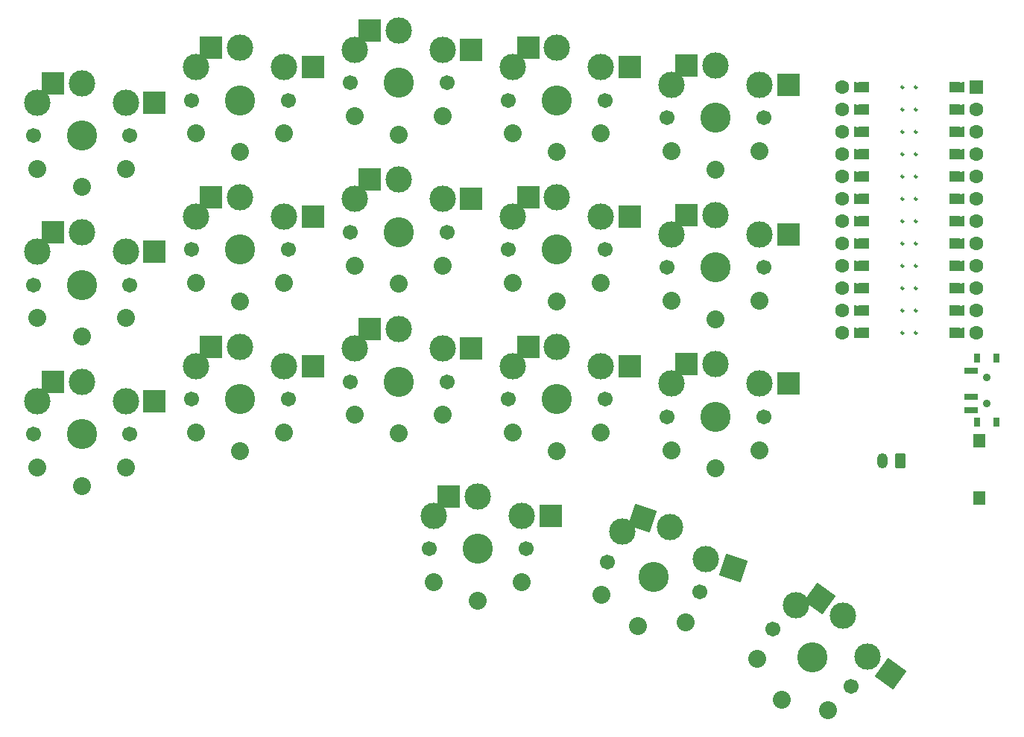
<source format=gbr>
%TF.GenerationSoftware,KiCad,Pcbnew,7.0.9*%
%TF.CreationDate,2023-11-22T09:36:00+00:00*%
%TF.ProjectId,vee_board_routed,7665655f-626f-4617-9264-5f726f757465,v1.0.0*%
%TF.SameCoordinates,Original*%
%TF.FileFunction,Soldermask,Bot*%
%TF.FilePolarity,Negative*%
%FSLAX46Y46*%
G04 Gerber Fmt 4.6, Leading zero omitted, Abs format (unit mm)*
G04 Created by KiCad (PCBNEW 7.0.9) date 2023-11-22 09:36:00*
%MOMM*%
%LPD*%
G01*
G04 APERTURE LIST*
G04 Aperture macros list*
%AMRoundRect*
0 Rectangle with rounded corners*
0 $1 Rounding radius*
0 $2 $3 $4 $5 $6 $7 $8 $9 X,Y pos of 4 corners*
0 Add a 4 corners polygon primitive as box body*
4,1,4,$2,$3,$4,$5,$6,$7,$8,$9,$2,$3,0*
0 Add four circle primitives for the rounded corners*
1,1,$1+$1,$2,$3*
1,1,$1+$1,$4,$5*
1,1,$1+$1,$6,$7*
1,1,$1+$1,$8,$9*
0 Add four rect primitives between the rounded corners*
20,1,$1+$1,$2,$3,$4,$5,0*
20,1,$1+$1,$4,$5,$6,$7,0*
20,1,$1+$1,$6,$7,$8,$9,0*
20,1,$1+$1,$8,$9,$2,$3,0*%
%AMRotRect*
0 Rectangle, with rotation*
0 The origin of the aperture is its center*
0 $1 length*
0 $2 width*
0 $3 Rotation angle, in degrees counterclockwise*
0 Add horizontal line*
21,1,$1,$2,0,0,$3*%
%AMFreePoly0*
4,1,6,0.600000,0.200000,0.000000,-0.400000,-0.600000,0.200000,-0.600000,0.400000,0.600000,0.400000,0.600000,0.200000,0.600000,0.200000,$1*%
%AMFreePoly1*
4,1,6,0.600000,-0.250000,-0.600000,-0.250000,-0.600000,1.000000,0.000000,0.400000,0.600000,1.000000,0.600000,-0.250000,0.600000,-0.250000,$1*%
G04 Aperture macros list end*
%ADD10C,0.250000*%
%ADD11C,0.100000*%
%ADD12C,1.701800*%
%ADD13C,3.000000*%
%ADD14C,3.429000*%
%ADD15R,2.600000X2.600000*%
%ADD16C,2.032000*%
%ADD17R,1.400000X1.500000*%
%ADD18R,0.800000X1.000000*%
%ADD19R,1.500000X0.700000*%
%ADD20C,0.900000*%
%ADD21C,1.600000*%
%ADD22R,1.600000X1.600000*%
%ADD23FreePoly0,270.000000*%
%ADD24FreePoly0,90.000000*%
%ADD25FreePoly1,90.000000*%
%ADD26FreePoly1,270.000000*%
%ADD27RotRect,2.600000X2.600000X324.000000*%
%ADD28RoundRect,0.250000X0.350000X0.625000X-0.350000X0.625000X-0.350000X-0.625000X0.350000X-0.625000X0*%
%ADD29O,1.200000X1.750000*%
%ADD30RotRect,2.600000X2.600000X342.000000*%
G04 APERTURE END LIST*
D10*
%TO.C,MCU1*%
X277107000Y-117800000D02*
G75*
G03*
X277107000Y-117800000I-125000J0D01*
G01*
X275583000Y-117800000D02*
G75*
G03*
X275583000Y-117800000I-125000J0D01*
G01*
X277107000Y-120340000D02*
G75*
G03*
X277107000Y-120340000I-125000J0D01*
G01*
X275583000Y-120340000D02*
G75*
G03*
X275583000Y-120340000I-125000J0D01*
G01*
X277107000Y-122880000D02*
G75*
G03*
X277107000Y-122880000I-125000J0D01*
G01*
X275583000Y-122880000D02*
G75*
G03*
X275583000Y-122880000I-125000J0D01*
G01*
X277107000Y-125420000D02*
G75*
G03*
X277107000Y-125420000I-125000J0D01*
G01*
X275583000Y-125420000D02*
G75*
G03*
X275583000Y-125420000I-125000J0D01*
G01*
X277107000Y-127960000D02*
G75*
G03*
X277107000Y-127960000I-125000J0D01*
G01*
X275583000Y-127960000D02*
G75*
G03*
X275583000Y-127960000I-125000J0D01*
G01*
X277107000Y-130500000D02*
G75*
G03*
X277107000Y-130500000I-125000J0D01*
G01*
X275583000Y-130500000D02*
G75*
G03*
X275583000Y-130500000I-125000J0D01*
G01*
X277107000Y-133040000D02*
G75*
G03*
X277107000Y-133040000I-125000J0D01*
G01*
X275583000Y-133040000D02*
G75*
G03*
X275583000Y-133040000I-125000J0D01*
G01*
X277107000Y-135580000D02*
G75*
G03*
X277107000Y-135580000I-125000J0D01*
G01*
X275583000Y-135580000D02*
G75*
G03*
X275583000Y-135580000I-125000J0D01*
G01*
X277107000Y-138120000D02*
G75*
G03*
X277107000Y-138120000I-125000J0D01*
G01*
X275583000Y-138120000D02*
G75*
G03*
X275583000Y-138120000I-125000J0D01*
G01*
X277107000Y-140660000D02*
G75*
G03*
X277107000Y-140660000I-125000J0D01*
G01*
X275583000Y-140660000D02*
G75*
G03*
X275583000Y-140660000I-125000J0D01*
G01*
X277107000Y-143200000D02*
G75*
G03*
X277107000Y-143200000I-125000J0D01*
G01*
X275583000Y-143200000D02*
G75*
G03*
X275583000Y-143200000I-125000J0D01*
G01*
X277107000Y-145740000D02*
G75*
G03*
X277107000Y-145740000I-125000J0D01*
G01*
X275583000Y-145740000D02*
G75*
G03*
X275583000Y-145740000I-125000J0D01*
G01*
D11*
X271140000Y-118308000D02*
X270124000Y-118308000D01*
X270124000Y-117292000D01*
X271140000Y-117292000D01*
X271140000Y-118308000D01*
G36*
X271140000Y-118308000D02*
G01*
X270124000Y-118308000D01*
X270124000Y-117292000D01*
X271140000Y-117292000D01*
X271140000Y-118308000D01*
G37*
X282316000Y-118308000D02*
X281300000Y-118308000D01*
X281300000Y-117292000D01*
X282316000Y-117292000D01*
X282316000Y-118308000D01*
G36*
X282316000Y-118308000D02*
G01*
X281300000Y-118308000D01*
X281300000Y-117292000D01*
X282316000Y-117292000D01*
X282316000Y-118308000D01*
G37*
X271140000Y-120848000D02*
X270124000Y-120848000D01*
X270124000Y-119832000D01*
X271140000Y-119832000D01*
X271140000Y-120848000D01*
G36*
X271140000Y-120848000D02*
G01*
X270124000Y-120848000D01*
X270124000Y-119832000D01*
X271140000Y-119832000D01*
X271140000Y-120848000D01*
G37*
X282316000Y-120848000D02*
X281300000Y-120848000D01*
X281300000Y-119832000D01*
X282316000Y-119832000D01*
X282316000Y-120848000D01*
G36*
X282316000Y-120848000D02*
G01*
X281300000Y-120848000D01*
X281300000Y-119832000D01*
X282316000Y-119832000D01*
X282316000Y-120848000D01*
G37*
X271140000Y-123388000D02*
X270124000Y-123388000D01*
X270124000Y-122372000D01*
X271140000Y-122372000D01*
X271140000Y-123388000D01*
G36*
X271140000Y-123388000D02*
G01*
X270124000Y-123388000D01*
X270124000Y-122372000D01*
X271140000Y-122372000D01*
X271140000Y-123388000D01*
G37*
X282316000Y-123388000D02*
X281300000Y-123388000D01*
X281300000Y-122372000D01*
X282316000Y-122372000D01*
X282316000Y-123388000D01*
G36*
X282316000Y-123388000D02*
G01*
X281300000Y-123388000D01*
X281300000Y-122372000D01*
X282316000Y-122372000D01*
X282316000Y-123388000D01*
G37*
X271140000Y-125928000D02*
X270124000Y-125928000D01*
X270124000Y-124912000D01*
X271140000Y-124912000D01*
X271140000Y-125928000D01*
G36*
X271140000Y-125928000D02*
G01*
X270124000Y-125928000D01*
X270124000Y-124912000D01*
X271140000Y-124912000D01*
X271140000Y-125928000D01*
G37*
X282316000Y-125928000D02*
X281300000Y-125928000D01*
X281300000Y-124912000D01*
X282316000Y-124912000D01*
X282316000Y-125928000D01*
G36*
X282316000Y-125928000D02*
G01*
X281300000Y-125928000D01*
X281300000Y-124912000D01*
X282316000Y-124912000D01*
X282316000Y-125928000D01*
G37*
X271140000Y-128468000D02*
X270124000Y-128468000D01*
X270124000Y-127452000D01*
X271140000Y-127452000D01*
X271140000Y-128468000D01*
G36*
X271140000Y-128468000D02*
G01*
X270124000Y-128468000D01*
X270124000Y-127452000D01*
X271140000Y-127452000D01*
X271140000Y-128468000D01*
G37*
X282316000Y-128468000D02*
X281300000Y-128468000D01*
X281300000Y-127452000D01*
X282316000Y-127452000D01*
X282316000Y-128468000D01*
G36*
X282316000Y-128468000D02*
G01*
X281300000Y-128468000D01*
X281300000Y-127452000D01*
X282316000Y-127452000D01*
X282316000Y-128468000D01*
G37*
X271140000Y-131008000D02*
X270124000Y-131008000D01*
X270124000Y-129992000D01*
X271140000Y-129992000D01*
X271140000Y-131008000D01*
G36*
X271140000Y-131008000D02*
G01*
X270124000Y-131008000D01*
X270124000Y-129992000D01*
X271140000Y-129992000D01*
X271140000Y-131008000D01*
G37*
X282316000Y-131008000D02*
X281300000Y-131008000D01*
X281300000Y-129992000D01*
X282316000Y-129992000D01*
X282316000Y-131008000D01*
G36*
X282316000Y-131008000D02*
G01*
X281300000Y-131008000D01*
X281300000Y-129992000D01*
X282316000Y-129992000D01*
X282316000Y-131008000D01*
G37*
X271140000Y-133548000D02*
X270124000Y-133548000D01*
X270124000Y-132532000D01*
X271140000Y-132532000D01*
X271140000Y-133548000D01*
G36*
X271140000Y-133548000D02*
G01*
X270124000Y-133548000D01*
X270124000Y-132532000D01*
X271140000Y-132532000D01*
X271140000Y-133548000D01*
G37*
X282316000Y-133548000D02*
X281300000Y-133548000D01*
X281300000Y-132532000D01*
X282316000Y-132532000D01*
X282316000Y-133548000D01*
G36*
X282316000Y-133548000D02*
G01*
X281300000Y-133548000D01*
X281300000Y-132532000D01*
X282316000Y-132532000D01*
X282316000Y-133548000D01*
G37*
X271140000Y-136088000D02*
X270124000Y-136088000D01*
X270124000Y-135072000D01*
X271140000Y-135072000D01*
X271140000Y-136088000D01*
G36*
X271140000Y-136088000D02*
G01*
X270124000Y-136088000D01*
X270124000Y-135072000D01*
X271140000Y-135072000D01*
X271140000Y-136088000D01*
G37*
X282316000Y-136088000D02*
X281300000Y-136088000D01*
X281300000Y-135072000D01*
X282316000Y-135072000D01*
X282316000Y-136088000D01*
G36*
X282316000Y-136088000D02*
G01*
X281300000Y-136088000D01*
X281300000Y-135072000D01*
X282316000Y-135072000D01*
X282316000Y-136088000D01*
G37*
X271140000Y-138628000D02*
X270124000Y-138628000D01*
X270124000Y-137612000D01*
X271140000Y-137612000D01*
X271140000Y-138628000D01*
G36*
X271140000Y-138628000D02*
G01*
X270124000Y-138628000D01*
X270124000Y-137612000D01*
X271140000Y-137612000D01*
X271140000Y-138628000D01*
G37*
X282316000Y-138628000D02*
X281300000Y-138628000D01*
X281300000Y-137612000D01*
X282316000Y-137612000D01*
X282316000Y-138628000D01*
G36*
X282316000Y-138628000D02*
G01*
X281300000Y-138628000D01*
X281300000Y-137612000D01*
X282316000Y-137612000D01*
X282316000Y-138628000D01*
G37*
X271140000Y-141168000D02*
X270124000Y-141168000D01*
X270124000Y-140152000D01*
X271140000Y-140152000D01*
X271140000Y-141168000D01*
G36*
X271140000Y-141168000D02*
G01*
X270124000Y-141168000D01*
X270124000Y-140152000D01*
X271140000Y-140152000D01*
X271140000Y-141168000D01*
G37*
X282316000Y-141168000D02*
X281300000Y-141168000D01*
X281300000Y-140152000D01*
X282316000Y-140152000D01*
X282316000Y-141168000D01*
G36*
X282316000Y-141168000D02*
G01*
X281300000Y-141168000D01*
X281300000Y-140152000D01*
X282316000Y-140152000D01*
X282316000Y-141168000D01*
G37*
X271140000Y-143708000D02*
X270124000Y-143708000D01*
X270124000Y-142692000D01*
X271140000Y-142692000D01*
X271140000Y-143708000D01*
G36*
X271140000Y-143708000D02*
G01*
X270124000Y-143708000D01*
X270124000Y-142692000D01*
X271140000Y-142692000D01*
X271140000Y-143708000D01*
G37*
X282316000Y-143708000D02*
X281300000Y-143708000D01*
X281300000Y-142692000D01*
X282316000Y-142692000D01*
X282316000Y-143708000D01*
G36*
X282316000Y-143708000D02*
G01*
X281300000Y-143708000D01*
X281300000Y-142692000D01*
X282316000Y-142692000D01*
X282316000Y-143708000D01*
G37*
X271140000Y-146248000D02*
X270124000Y-146248000D01*
X270124000Y-145232000D01*
X271140000Y-145232000D01*
X271140000Y-146248000D01*
G36*
X271140000Y-146248000D02*
G01*
X270124000Y-146248000D01*
X270124000Y-145232000D01*
X271140000Y-145232000D01*
X271140000Y-146248000D01*
G37*
X282316000Y-146248000D02*
X281300000Y-146248000D01*
X281300000Y-145232000D01*
X282316000Y-145232000D01*
X282316000Y-146248000D01*
G36*
X282316000Y-146248000D02*
G01*
X281300000Y-146248000D01*
X281300000Y-145232000D01*
X282316000Y-145232000D01*
X282316000Y-146248000D01*
G37*
%TD*%
D12*
%TO.C,S11*%
X230720000Y-136270000D03*
D13*
X231220000Y-132520000D03*
X236220000Y-130320000D03*
X236220000Y-130320000D03*
D14*
X236220000Y-136270000D03*
D13*
X241220000Y-132520000D03*
D12*
X241720000Y-136270000D03*
D15*
X232945000Y-130320000D03*
X244495000Y-132520000D03*
%TD*%
D12*
%TO.C,S4*%
X194720000Y-153270000D03*
D13*
X195220000Y-149520000D03*
X200220000Y-147320000D03*
X200220000Y-147320000D03*
D14*
X200220000Y-153270000D03*
D13*
X205220000Y-149520000D03*
D12*
X205720000Y-153270000D03*
D15*
X196945000Y-147320000D03*
X208495000Y-149520000D03*
%TD*%
D12*
%TO.C,S9*%
X212720000Y-117270000D03*
D13*
X213220000Y-113520000D03*
X218220000Y-111320000D03*
X218220000Y-111320000D03*
D14*
X218220000Y-117270000D03*
D13*
X223220000Y-113520000D03*
D12*
X223720000Y-117270000D03*
D15*
X214945000Y-111320000D03*
X226495000Y-113520000D03*
%TD*%
D12*
%TO.C,S26*%
X223720000Y-134270000D03*
D14*
X218220000Y-134270000D03*
D12*
X212720000Y-134270000D03*
D16*
X223220000Y-138070000D03*
X213220000Y-138070000D03*
X218220000Y-140170000D03*
X218220000Y-140170000D03*
%TD*%
D17*
%TO.C,S37*%
X284220000Y-164520000D03*
X284220000Y-158020000D03*
%TD*%
D12*
%TO.C,S12*%
X230720000Y-119270000D03*
D13*
X231220000Y-115520000D03*
X236220000Y-113320000D03*
X236220000Y-113320000D03*
D14*
X236220000Y-119270000D03*
D13*
X241220000Y-115520000D03*
D12*
X241720000Y-119270000D03*
D15*
X232945000Y-113320000D03*
X244495000Y-115520000D03*
%TD*%
D12*
%TO.C,S5*%
X194720000Y-136270000D03*
D13*
X195220000Y-132520000D03*
X200220000Y-130320000D03*
X200220000Y-130320000D03*
D14*
X200220000Y-136270000D03*
D13*
X205220000Y-132520000D03*
D12*
X205720000Y-136270000D03*
D15*
X196945000Y-130320000D03*
X208495000Y-132520000D03*
%TD*%
D12*
%TO.C,S1*%
X176720000Y-157270000D03*
D13*
X177220000Y-153520000D03*
X182220000Y-151320000D03*
X182220000Y-151320000D03*
D14*
X182220000Y-157270000D03*
D13*
X187220000Y-153520000D03*
D12*
X187720000Y-157270000D03*
D15*
X178945000Y-151320000D03*
X190495000Y-153520000D03*
%TD*%
D12*
%TO.C,S34*%
X232720000Y-170270000D03*
D14*
X227220000Y-170270000D03*
D12*
X221720000Y-170270000D03*
D16*
X232220000Y-174070000D03*
X222220000Y-174070000D03*
X227220000Y-176170000D03*
X227220000Y-176170000D03*
%TD*%
D12*
%TO.C,S29*%
X241720000Y-136270000D03*
D14*
X236220000Y-136270000D03*
D12*
X230720000Y-136270000D03*
D16*
X241220000Y-140070000D03*
X231220000Y-140070000D03*
X236220000Y-142170000D03*
X236220000Y-142170000D03*
%TD*%
D18*
%TO.C,T1*%
X283940000Y-155920000D03*
X286150000Y-155920000D03*
D19*
X283290000Y-154520000D03*
D20*
X285050000Y-153770000D03*
X285050000Y-153770000D03*
X285050000Y-150770000D03*
X285050000Y-150770000D03*
D18*
X283940000Y-148620000D03*
X286150000Y-148620000D03*
D19*
X283290000Y-150020000D03*
X283290000Y-153020000D03*
%TD*%
D12*
%TO.C,S28*%
X241720000Y-153270000D03*
D14*
X236220000Y-153270000D03*
D12*
X230720000Y-153270000D03*
D16*
X241220000Y-157070000D03*
X231220000Y-157070000D03*
X236220000Y-159170000D03*
X236220000Y-159170000D03*
%TD*%
D12*
%TO.C,S2*%
X176720000Y-140270000D03*
D13*
X177220000Y-136520000D03*
X182220000Y-134320000D03*
X182220000Y-134320000D03*
D14*
X182220000Y-140270000D03*
D13*
X187220000Y-136520000D03*
D12*
X187720000Y-140270000D03*
D15*
X178945000Y-134320000D03*
X190495000Y-136520000D03*
%TD*%
D12*
%TO.C,S8*%
X212720000Y-134270000D03*
D13*
X213220000Y-130520000D03*
X218220000Y-128320000D03*
X218220000Y-128320000D03*
D14*
X218220000Y-134270000D03*
D13*
X223220000Y-130520000D03*
D12*
X223720000Y-134270000D03*
D15*
X214945000Y-128320000D03*
X226495000Y-130520000D03*
%TD*%
D12*
%TO.C,S20*%
X187720000Y-140270000D03*
D14*
X182220000Y-140270000D03*
D12*
X176720000Y-140270000D03*
D16*
X187220000Y-144070000D03*
X177220000Y-144070000D03*
X182220000Y-146170000D03*
X182220000Y-146170000D03*
%TD*%
D21*
%TO.C,MCU1*%
X283840000Y-117800000D03*
D22*
X283840000Y-117800000D03*
D23*
X282062000Y-117800000D03*
D24*
X270378000Y-117800000D03*
D21*
X268600000Y-117800000D03*
X283840000Y-120340000D03*
D23*
X282062000Y-120340000D03*
D24*
X270378000Y-120340000D03*
D21*
X268600000Y-120340000D03*
X283840000Y-122880000D03*
D23*
X282062000Y-122880000D03*
D24*
X270378000Y-122880000D03*
D21*
X268600000Y-122880000D03*
X283840000Y-125420000D03*
D23*
X282062000Y-125420000D03*
D24*
X270378000Y-125420000D03*
D21*
X268600000Y-125420000D03*
X283840000Y-127960000D03*
D23*
X282062000Y-127960000D03*
D24*
X270378000Y-127960000D03*
D21*
X268600000Y-127960000D03*
X283840000Y-130500000D03*
D23*
X282062000Y-130500000D03*
D24*
X270378000Y-130500000D03*
D21*
X268600000Y-130500000D03*
X283840000Y-133040000D03*
D23*
X282062000Y-133040000D03*
D24*
X270378000Y-133040000D03*
D21*
X268600000Y-133040000D03*
X283840000Y-135580000D03*
D23*
X282062000Y-135580000D03*
D24*
X270378000Y-135580000D03*
D21*
X268600000Y-135580000D03*
X283840000Y-138120000D03*
D23*
X282062000Y-138120000D03*
D24*
X270378000Y-138120000D03*
D21*
X268600000Y-138120000D03*
X283840000Y-140660000D03*
D23*
X282062000Y-140660000D03*
D24*
X270378000Y-140660000D03*
D21*
X268600000Y-140660000D03*
X283840000Y-143200000D03*
D23*
X282062000Y-143200000D03*
D24*
X270378000Y-143200000D03*
D21*
X268600000Y-143200000D03*
X283840000Y-145740000D03*
D23*
X282062000Y-145740000D03*
D24*
X270378000Y-145740000D03*
D21*
X268600000Y-145740000D03*
D25*
X271394000Y-117800000D03*
X271394000Y-120340000D03*
X271394000Y-122880000D03*
X271394000Y-125420000D03*
X271394000Y-127960000D03*
X271394000Y-130500000D03*
X271394000Y-133040000D03*
X271394000Y-135580000D03*
X271394000Y-138120000D03*
X271394000Y-140660000D03*
X271394000Y-143200000D03*
X271394000Y-145740000D03*
D26*
X281046000Y-145740000D03*
X281046000Y-143200000D03*
X281046000Y-140660000D03*
X281046000Y-138120000D03*
X281046000Y-135580000D03*
X281046000Y-133040000D03*
X281046000Y-130500000D03*
X281046000Y-127960000D03*
X281046000Y-125420000D03*
X281046000Y-122880000D03*
X281046000Y-120340000D03*
X281046000Y-117800000D03*
%TD*%
D12*
%TO.C,S23*%
X205720000Y-136270000D03*
D14*
X200220000Y-136270000D03*
D12*
X194720000Y-136270000D03*
D16*
X205220000Y-140070000D03*
X195220000Y-140070000D03*
X200220000Y-142170000D03*
X200220000Y-142170000D03*
%TD*%
D12*
%TO.C,S13*%
X248720000Y-155270000D03*
D13*
X249220000Y-151520000D03*
X254220000Y-149320000D03*
X254220000Y-149320000D03*
D14*
X254220000Y-155270000D03*
D13*
X259220000Y-151520000D03*
D12*
X259720000Y-155270000D03*
D15*
X250945000Y-149320000D03*
X262495000Y-151520000D03*
%TD*%
D12*
%TO.C,S25*%
X223720000Y-151270000D03*
D14*
X218220000Y-151270000D03*
D12*
X212720000Y-151270000D03*
D16*
X223220000Y-155070000D03*
X213220000Y-155070000D03*
X218220000Y-157170000D03*
X218220000Y-157170000D03*
%TD*%
D12*
%TO.C,S35*%
X252450811Y-175169593D03*
D14*
X247220000Y-173470000D03*
D12*
X241989189Y-171770407D03*
D16*
X250801018Y-178629100D03*
X241290453Y-175538930D03*
X245396800Y-179081233D03*
X245396800Y-179081233D03*
%TD*%
D12*
%TO.C,S16*%
X221720000Y-170270000D03*
D13*
X222220000Y-166520000D03*
X227220000Y-164320000D03*
X227220000Y-164320000D03*
D14*
X227220000Y-170270000D03*
D13*
X232220000Y-166520000D03*
D12*
X232720000Y-170270000D03*
D15*
X223945000Y-164320000D03*
X235495000Y-166520000D03*
%TD*%
D12*
%TO.C,S18*%
X260770407Y-179437181D03*
D13*
X263379110Y-176697260D03*
X268717322Y-177856349D03*
X268717322Y-177856349D03*
D14*
X265220000Y-182670000D03*
D13*
X271469280Y-182575113D03*
D12*
X269669593Y-185902819D03*
D27*
X266067792Y-175931352D03*
X274118810Y-184500109D03*
%TD*%
D12*
%TO.C,S21*%
X187720000Y-123270000D03*
D14*
X182220000Y-123270000D03*
D12*
X176720000Y-123270000D03*
D16*
X187220000Y-127070000D03*
X177220000Y-127070000D03*
X182220000Y-129170000D03*
X182220000Y-129170000D03*
%TD*%
D28*
%TO.C,_1*%
X275220000Y-160270000D03*
D29*
X273220000Y-160270000D03*
%TD*%
D12*
%TO.C,S22*%
X205720000Y-153270000D03*
D14*
X200220000Y-153270000D03*
D12*
X194720000Y-153270000D03*
D16*
X205220000Y-157070000D03*
X195220000Y-157070000D03*
X200220000Y-159170000D03*
X200220000Y-159170000D03*
%TD*%
D12*
%TO.C,S24*%
X205720000Y-119270000D03*
D14*
X200220000Y-119270000D03*
D12*
X194720000Y-119270000D03*
D16*
X205220000Y-123070000D03*
X195220000Y-123070000D03*
X200220000Y-125170000D03*
X200220000Y-125170000D03*
%TD*%
D12*
%TO.C,S3*%
X176720000Y-123270000D03*
D13*
X177220000Y-119520000D03*
X182220000Y-117320000D03*
X182220000Y-117320000D03*
D14*
X182220000Y-123270000D03*
D13*
X187220000Y-119520000D03*
D12*
X187720000Y-123270000D03*
D15*
X178945000Y-117320000D03*
X190495000Y-119520000D03*
%TD*%
D12*
%TO.C,S33*%
X259720000Y-121270000D03*
D14*
X254220000Y-121270000D03*
D12*
X248720000Y-121270000D03*
D16*
X259220000Y-125070000D03*
X249220000Y-125070000D03*
X254220000Y-127170000D03*
X254220000Y-127170000D03*
%TD*%
D12*
%TO.C,S7*%
X212720000Y-151270000D03*
D13*
X213220000Y-147520000D03*
X218220000Y-145320000D03*
X218220000Y-145320000D03*
D14*
X218220000Y-151270000D03*
D13*
X223220000Y-147520000D03*
D12*
X223720000Y-151270000D03*
D15*
X214945000Y-145320000D03*
X226495000Y-147520000D03*
%TD*%
D12*
%TO.C,S27*%
X223720000Y-117270000D03*
D14*
X218220000Y-117270000D03*
D12*
X212720000Y-117270000D03*
D16*
X223220000Y-121070000D03*
X213220000Y-121070000D03*
X218220000Y-123170000D03*
X218220000Y-123170000D03*
%TD*%
D12*
%TO.C,S19*%
X187720000Y-157270000D03*
D14*
X182220000Y-157270000D03*
D12*
X176720000Y-157270000D03*
D16*
X187220000Y-161070000D03*
X177220000Y-161070000D03*
X182220000Y-163170000D03*
X182220000Y-163170000D03*
%TD*%
D12*
%TO.C,S10*%
X230720000Y-153270000D03*
D13*
X231220000Y-149520000D03*
X236220000Y-147320000D03*
X236220000Y-147320000D03*
D14*
X236220000Y-153270000D03*
D13*
X241220000Y-149520000D03*
D12*
X241720000Y-153270000D03*
D15*
X232945000Y-147320000D03*
X244495000Y-149520000D03*
%TD*%
D12*
%TO.C,S14*%
X248720000Y-138270000D03*
D13*
X249220000Y-134520000D03*
X254220000Y-132320000D03*
X254220000Y-132320000D03*
D14*
X254220000Y-138270000D03*
D13*
X259220000Y-134520000D03*
D12*
X259720000Y-138270000D03*
D15*
X250945000Y-132320000D03*
X262495000Y-134520000D03*
%TD*%
D12*
%TO.C,S31*%
X259720000Y-155270000D03*
D14*
X254220000Y-155270000D03*
D12*
X248720000Y-155270000D03*
D16*
X259220000Y-159070000D03*
X249220000Y-159070000D03*
X254220000Y-161170000D03*
X254220000Y-161170000D03*
%TD*%
D12*
%TO.C,S6*%
X194720000Y-119270000D03*
D13*
X195220000Y-115520000D03*
X200220000Y-113320000D03*
X200220000Y-113320000D03*
D14*
X200220000Y-119270000D03*
D13*
X205220000Y-115520000D03*
D12*
X205720000Y-119270000D03*
D15*
X196945000Y-113320000D03*
X208495000Y-115520000D03*
%TD*%
D12*
%TO.C,S15*%
X248720000Y-121270000D03*
D13*
X249220000Y-117520000D03*
X254220000Y-115320000D03*
X254220000Y-115320000D03*
D14*
X254220000Y-121270000D03*
D13*
X259220000Y-117520000D03*
D12*
X259720000Y-121270000D03*
D15*
X250945000Y-115320000D03*
X262495000Y-117520000D03*
%TD*%
D12*
%TO.C,S32*%
X259720000Y-138270000D03*
D14*
X254220000Y-138270000D03*
D12*
X248720000Y-138270000D03*
D16*
X259220000Y-142070000D03*
X249220000Y-142070000D03*
X254220000Y-144170000D03*
X254220000Y-144170000D03*
%TD*%
D12*
%TO.C,S36*%
X269669593Y-185902819D03*
D14*
X265220000Y-182670000D03*
D12*
X260770407Y-179437181D03*
D16*
X267031501Y-188683191D03*
X258941331Y-182805338D03*
X261752067Y-187443200D03*
X261752067Y-187443200D03*
%TD*%
D12*
%TO.C,S17*%
X241989189Y-171770407D03*
D13*
X243623531Y-168358453D03*
X249058651Y-167811214D03*
X249058651Y-167811214D03*
D14*
X247220000Y-173470000D03*
D13*
X253134096Y-171448623D03*
D12*
X252450811Y-175169593D03*
D30*
X245943941Y-166799183D03*
X256248806Y-172460654D03*
%TD*%
D12*
%TO.C,S30*%
X241720000Y-119270000D03*
D14*
X236220000Y-119270000D03*
D12*
X230720000Y-119270000D03*
D16*
X241220000Y-123070000D03*
X231220000Y-123070000D03*
X236220000Y-125170000D03*
X236220000Y-125170000D03*
%TD*%
M02*

</source>
